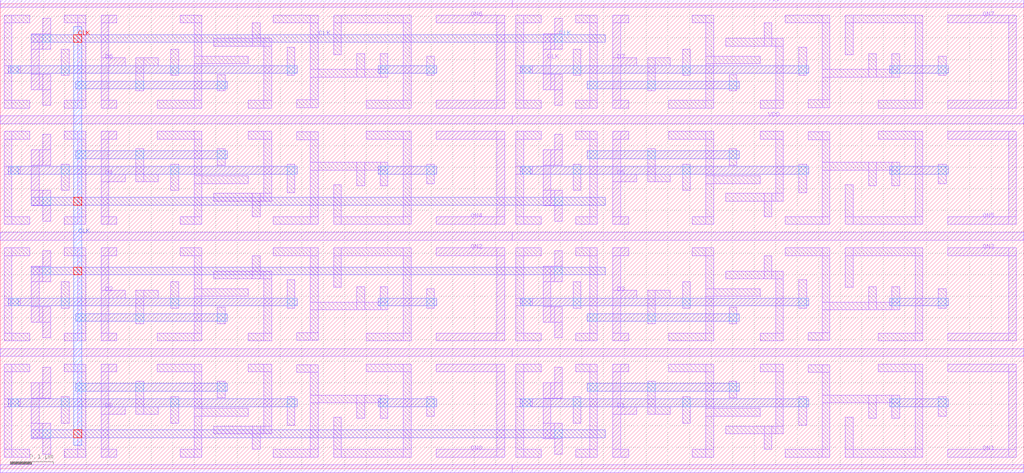
<source format=lef>
VERSION 5.8 ;
BUSBITCHARS "[]" ;
DIVIDERCHAR "/" ;
SITE asap7sc7p5t_R4
  CLASS CORE ;
  SIZE 0.054 BY 1.08 ;
  SYMMETRY Y ;
END asap7sc7p5t_R4

MACRO DFFHQNV4H2Xx3_ASAP7_75t_SL
  CLASS CORE ;
  ORIGIN 0.0 0.0 ;
  FOREIGN DFFHQNV4H2Xx3_ASAP7_75t_SL 0.0 0.0 ;
  SIZE 2.376 BY 1.08 ;
  SYMMETRY X Y ;
  SITE asap7sc7p5t_R4 ;
    PIN VDD
      USE POWER ;
      DIRECTION INOUT ;
      SHAPE ABUTMENT ;
      PORT
        LAYER M1 ;
          RECT 0.0 0.261 1.188 0.279 ;
          RECT 1.188 0.261 2.376 0.279 ;
          RECT 0.0 0.801 1.188 0.819 ;
          RECT 1.188 0.801 2.376 0.819 ;
      END
    END VDD
    PIN VSS
      USE GROUND ;
      DIRECTION INOUT ;
      SHAPE ABUTMENT ;
      PORT
        LAYER M1 ;
          RECT 0.0 -0.009 1.188 0.009 ;
          RECT 1.188 -0.009 2.376 0.009 ;
          RECT 0.0 0.549 1.188 0.531 ;
          RECT 1.188 0.549 2.376 0.531 ;
          RECT 0.0 1.089 1.188 1.071 ;
          RECT 1.188 1.089 2.376 1.071 ;
      END
    END VSS
    PIN CLK
      USE CLOCK ;
      DIRECTION INPUT ;
      PORT
        LAYER M1 ;
          RECT 0.099 0.164 0.117 0.236 ;
          RECT 0.072 0.07 0.117 0.106 ;
          RECT 0.099 0.034 0.117 0.106 ;
          RECT 0.072 0.164 0.117 0.2 ;
          RECT 0.072 0.07 0.09 0.2 ;
          RECT 1.287 0.164 1.305 0.236 ;
          RECT 1.26 0.07 1.305 0.106 ;
          RECT 1.287 0.034 1.305 0.106 ;
          RECT 1.26 0.164 1.305 0.2 ;
          RECT 1.26 0.07 1.278 0.2 ;
          RECT 0.099 0.376 0.117 0.304 ;
          RECT 0.072 0.47 0.117 0.434 ;
          RECT 0.099 0.506 0.117 0.434 ;
          RECT 0.072 0.376 0.117 0.34 ;
          RECT 0.072 0.47 0.09 0.34 ;
          RECT 1.287 0.376 1.305 0.304 ;
          RECT 1.26 0.47 1.305 0.434 ;
          RECT 1.287 0.506 1.305 0.434 ;
          RECT 1.26 0.376 1.305 0.34 ;
          RECT 1.26 0.47 1.278 0.34 ;
          RECT 0.099 0.704 0.117 0.776 ;
          RECT 0.072 0.61 0.117 0.646 ;
          RECT 0.099 0.574 0.117 0.646 ;
          RECT 0.072 0.704 0.117 0.74 ;
          RECT 0.072 0.61 0.09 0.74 ;
          RECT 1.287 0.704 1.305 0.776 ;
          RECT 1.26 0.61 1.305 0.646 ;
          RECT 1.287 0.574 1.305 0.646 ;
          RECT 1.26 0.704 1.305 0.74 ;
          RECT 1.26 0.61 1.278 0.74 ;
          RECT 0.099 0.916 0.117 0.844 ;
          RECT 0.072 1.01 0.117 0.974 ;
          RECT 0.099 1.046 0.117 0.974 ;
          RECT 0.072 0.916 0.117 0.88 ;
          RECT 0.072 1.01 0.09 0.88 ;
          RECT 1.287 0.916 1.305 0.844 ;
          RECT 1.26 1.01 1.305 0.974 ;
          RECT 1.287 1.046 1.305 0.974 ;
          RECT 1.26 0.916 1.305 0.88 ;
          RECT 1.26 1.01 1.278 0.88 ;
        LAYER M2 ;
          RECT 0.072 0.072 1.404 0.09 ;
          RECT 0.072 0.45 1.404 0.468 ;
          RECT 0.072 0.612 1.404 0.63 ;
          RECT 0.072 0.99 1.404 1.008 ;
        LAYER V1 ;
          RECT 0.099 0.072 0.117 0.09 ;
          RECT 1.287 0.072 1.305 0.09 ;
          RECT 0.099 0.45 0.117 0.468 ;
          RECT 1.287 0.45 1.305 0.468 ;
          RECT 0.099 0.612 0.117 0.63 ;
          RECT 1.287 0.612 1.305 0.63 ;
          RECT 0.099 0.99 0.117 1.008 ;
          RECT 1.287 0.99 1.305 1.008 ;
        LAYER M3 ;
          RECT 0.171 0.054 0.189 1.026 ;
        LAYER V2 ;
          RECT 0.171 0.072 0.189 0.09 ;
          RECT 0.171 0.45 0.189 0.468 ;
          RECT 0.171 0.612 0.189 0.63 ;
          RECT 0.171 0.99 0.189 1.008 ;
      END
    END CLK
    PIN D0
      USE SIGNAL ;
      DIRECTION INPUT ;
      PORT
        LAYER M1 ;
          RECT 0.234 0.126 0.29 0.144 ;
          RECT 0.234 0.225 0.271 0.243 ;
          RECT 0.234 0.027 0.271 0.045 ;
          RECT 0.234 0.027 0.252 0.243 ;
      END
    END D0
    PIN QN0
      USE SIGNAL ;
      DIRECTION OUTPUT ;
      PORT
        LAYER M1 ;
          RECT 1.012 0.225 1.171 0.243 ;
          RECT 1.153 0.027 1.171 0.243 ;
          RECT 1.012 0.027 1.171 0.045 ;
      END
    END QN0
    PIN D1
      USE SIGNAL ;
      DIRECTION INPUT ;
      PORT
        LAYER M1 ;
          RECT 1.422 0.126 1.478 0.144 ;
          RECT 1.422 0.225 1.459 0.243 ;
          RECT 1.422 0.027 1.459 0.045 ;
          RECT 1.422 0.027 1.44 0.243 ;
      END
    END D1
    PIN QN1
      USE SIGNAL ;
      DIRECTION OUTPUT ;
      PORT
        LAYER M1 ;
          RECT 2.2 0.225 2.359 0.243 ;
          RECT 2.341 0.027 2.359 0.243 ;
          RECT 2.2 0.027 2.359 0.045 ;
      END
    END QN1
    PIN D2
      USE SIGNAL ;
      DIRECTION INPUT ;
      PORT
        LAYER M1 ;
          RECT 0.234 0.414 0.29 0.396 ;
          RECT 0.234 0.315 0.271 0.297 ;
          RECT 0.234 0.513 0.271 0.495 ;
          RECT 0.234 0.513 0.252 0.297 ;
      END
    END D2
    PIN QN2
      USE SIGNAL ;
      DIRECTION OUTPUT ;
      PORT
        LAYER M1 ;
          RECT 1.012 0.315 1.171 0.297 ;
          RECT 1.153 0.513 1.171 0.297 ;
          RECT 1.012 0.513 1.171 0.495 ;
      END
    END QN2
    PIN D3
      USE SIGNAL ;
      DIRECTION INPUT ;
      PORT
        LAYER M1 ;
          RECT 1.422 0.414 1.478 0.396 ;
          RECT 1.422 0.315 1.459 0.297 ;
          RECT 1.422 0.513 1.459 0.495 ;
          RECT 1.422 0.513 1.44 0.297 ;
      END
    END D3
    PIN QN3
      USE SIGNAL ;
      DIRECTION OUTPUT ;
      PORT
        LAYER M1 ;
          RECT 2.2 0.315 2.359 0.297 ;
          RECT 2.341 0.513 2.359 0.297 ;
          RECT 2.2 0.513 2.359 0.495 ;
      END
    END QN3
    PIN D4
      USE SIGNAL ;
      DIRECTION INPUT ;
      PORT
        LAYER M1 ;
          RECT 0.234 0.666 0.29 0.684 ;
          RECT 0.234 0.765 0.271 0.783 ;
          RECT 0.234 0.567 0.271 0.585 ;
          RECT 0.234 0.567 0.252 0.783 ;
      END
    END D4
    PIN QN4
      USE SIGNAL ;
      DIRECTION OUTPUT ;
      PORT
        LAYER M1 ;
          RECT 1.012 0.765 1.171 0.783 ;
          RECT 1.153 0.567 1.171 0.783 ;
          RECT 1.012 0.567 1.171 0.585 ;
      END
    END QN4
    PIN D5
      USE SIGNAL ;
      DIRECTION INPUT ;
      PORT
        LAYER M1 ;
          RECT 1.422 0.666 1.478 0.684 ;
          RECT 1.422 0.765 1.459 0.783 ;
          RECT 1.422 0.567 1.459 0.585 ;
          RECT 1.422 0.567 1.44 0.783 ;
      END
    END D5
    PIN QN5
      USE SIGNAL ;
      DIRECTION OUTPUT ;
      PORT
        LAYER M1 ;
          RECT 2.2 0.765 2.359 0.783 ;
          RECT 2.341 0.567 2.359 0.783 ;
          RECT 2.2 0.567 2.359 0.585 ;
      END
    END QN5
    PIN D6
      USE SIGNAL ;
      DIRECTION INPUT ;
      PORT
        LAYER M1 ;
          RECT 0.234 0.954 0.29 0.936 ;
          RECT 0.234 0.855 0.271 0.837 ;
          RECT 0.234 1.053 0.271 1.035 ;
          RECT 0.234 1.053 0.252 0.837 ;
      END
    END D6
    PIN QN6
      USE SIGNAL ;
      DIRECTION OUTPUT ;
      PORT
        LAYER M1 ;
          RECT 1.012 0.855 1.171 0.837 ;
          RECT 1.153 1.053 1.171 0.837 ;
          RECT 1.012 1.053 1.171 1.035 ;
      END
    END QN6
    PIN D7
      USE SIGNAL ;
      DIRECTION INPUT ;
      PORT
        LAYER M1 ;
          RECT 1.422 0.954 1.478 0.936 ;
          RECT 1.422 0.855 1.459 0.837 ;
          RECT 1.422 1.053 1.459 1.035 ;
          RECT 1.422 1.053 1.44 0.837 ;
      END
    END D7
    PIN QN7
      USE SIGNAL ;
      DIRECTION OUTPUT ;
      PORT
        LAYER M1 ;
          RECT 2.2 0.855 2.359 0.837 ;
          RECT 2.341 1.053 2.359 0.837 ;
          RECT 2.2 1.053 2.359 1.035 ;
      END
    END QN7
    OBS
      LAYER M1 ;
        RECT 0.85 0.225 0.954 0.243 ;
        RECT 0.936 0.027 0.954 0.243 ;
        RECT 0.774 0.027 0.792 0.119 ;
        RECT 0.774 0.027 0.954 0.045 ;
        RECT 0.688 0.224 0.738 0.242 ;
        RECT 0.72 0.027 0.738 0.242 ;
        RECT 0.72 0.153 0.9 0.171 ;
        RECT 0.882 0.117 0.9 0.171 ;
        RECT 0.828 0.117 0.846 0.171 ;
        RECT 0.634 0.027 0.738 0.045 ;
        RECT 0.576 0.225 0.63 0.243 ;
        RECT 0.612 0.081 0.63 0.243 ;
        RECT 0.496 0.081 0.63 0.099 ;
        RECT 0.585 0.045 0.603 0.099 ;
        RECT 0.364 0.225 0.468 0.243 ;
        RECT 0.45 0.027 0.468 0.243 ;
        RECT 0.45 0.122 0.576 0.14 ;
        RECT 0.418 0.027 0.468 0.045 ;
        RECT 0.315 0.126 0.333 0.203 ;
        RECT 0.315 0.126 0.367 0.144 ;
        RECT 0.148 0.225 0.198 0.243 ;
        RECT 0.18 0.027 0.198 0.243 ;
        RECT 0.148 0.027 0.198 0.045 ;
        RECT 0.009 0.225 0.068 0.243 ;
        RECT 0.009 0.027 0.027 0.243 ;
        RECT 0.009 0.144 0.047 0.162 ;
        RECT 0.009 0.027 0.068 0.045 ;
        RECT 0.99 0.122 1.008 0.167 ;
        RECT 0.666 0.101 0.684 0.167 ;
        RECT 0.504 0.165 0.522 0.203 ;
        RECT 0.396 0.106 0.414 0.167 ;
        RECT 0.142 0.106 0.16 0.167 ;
        RECT 2.038 0.225 2.142 0.243 ;
        RECT 2.124 0.027 2.142 0.243 ;
        RECT 1.962 0.027 1.98 0.119 ;
        RECT 1.962 0.027 2.142 0.045 ;
        RECT 1.876 0.224 1.926 0.242 ;
        RECT 1.908 0.027 1.926 0.242 ;
        RECT 1.908 0.153 2.088 0.171 ;
        RECT 2.07 0.117 2.088 0.171 ;
        RECT 2.016 0.117 2.034 0.171 ;
        RECT 1.822 0.027 1.926 0.045 ;
        RECT 1.764 0.225 1.818 0.243 ;
        RECT 1.8 0.081 1.818 0.243 ;
        RECT 1.684 0.081 1.818 0.099 ;
        RECT 1.773 0.045 1.791 0.099 ;
        RECT 1.552 0.225 1.656 0.243 ;
        RECT 1.638 0.027 1.656 0.243 ;
        RECT 1.638 0.122 1.764 0.14 ;
        RECT 1.606 0.027 1.656 0.045 ;
        RECT 1.503 0.126 1.521 0.203 ;
        RECT 1.503 0.126 1.555 0.144 ;
        RECT 1.336 0.225 1.386 0.243 ;
        RECT 1.368 0.027 1.386 0.243 ;
        RECT 1.336 0.027 1.386 0.045 ;
        RECT 1.197 0.225 1.256 0.243 ;
        RECT 1.197 0.027 1.215 0.243 ;
        RECT 1.197 0.144 1.235 0.162 ;
        RECT 1.197 0.027 1.256 0.045 ;
        RECT 2.178 0.122 2.196 0.167 ;
        RECT 1.854 0.101 1.872 0.167 ;
        RECT 1.692 0.165 1.71 0.203 ;
        RECT 1.584 0.106 1.602 0.167 ;
        RECT 1.33 0.106 1.348 0.167 ;
        RECT 0.85 0.315 0.954 0.297 ;
        RECT 0.936 0.513 0.954 0.297 ;
        RECT 0.774 0.513 0.792 0.421 ;
        RECT 0.774 0.513 0.954 0.495 ;
        RECT 0.688 0.316 0.738 0.298 ;
        RECT 0.72 0.513 0.738 0.298 ;
        RECT 0.72 0.387 0.9 0.369 ;
        RECT 0.882 0.423 0.9 0.369 ;
        RECT 0.828 0.423 0.846 0.369 ;
        RECT 0.634 0.513 0.738 0.495 ;
        RECT 0.576 0.315 0.63 0.297 ;
        RECT 0.612 0.459 0.63 0.297 ;
        RECT 0.496 0.459 0.63 0.441 ;
        RECT 0.585 0.495 0.603 0.441 ;
        RECT 0.364 0.315 0.468 0.297 ;
        RECT 0.45 0.513 0.468 0.297 ;
        RECT 0.45 0.418 0.576 0.4 ;
        RECT 0.418 0.513 0.468 0.495 ;
        RECT 0.315 0.414 0.333 0.337 ;
        RECT 0.315 0.414 0.367 0.396 ;
        RECT 0.148 0.315 0.198 0.297 ;
        RECT 0.18 0.513 0.198 0.297 ;
        RECT 0.148 0.513 0.198 0.495 ;
        RECT 0.009 0.315 0.068 0.297 ;
        RECT 0.009 0.513 0.027 0.297 ;
        RECT 0.009 0.396 0.047 0.378 ;
        RECT 0.009 0.513 0.068 0.495 ;
        RECT 0.99 0.418 1.008 0.373 ;
        RECT 0.666 0.439 0.684 0.373 ;
        RECT 0.504 0.375 0.522 0.337 ;
        RECT 0.396 0.434 0.414 0.373 ;
        RECT 0.142 0.434 0.16 0.373 ;
        RECT 2.038 0.315 2.142 0.297 ;
        RECT 2.124 0.513 2.142 0.297 ;
        RECT 1.962 0.513 1.98 0.421 ;
        RECT 1.962 0.513 2.142 0.495 ;
        RECT 1.876 0.316 1.926 0.298 ;
        RECT 1.908 0.513 1.926 0.298 ;
        RECT 1.908 0.387 2.088 0.369 ;
        RECT 2.07 0.423 2.088 0.369 ;
        RECT 2.016 0.423 2.034 0.369 ;
        RECT 1.822 0.513 1.926 0.495 ;
        RECT 1.764 0.315 1.818 0.297 ;
        RECT 1.8 0.459 1.818 0.297 ;
        RECT 1.684 0.459 1.818 0.441 ;
        RECT 1.773 0.495 1.791 0.441 ;
        RECT 1.552 0.315 1.656 0.297 ;
        RECT 1.638 0.513 1.656 0.297 ;
        RECT 1.638 0.418 1.764 0.4 ;
        RECT 1.606 0.513 1.656 0.495 ;
        RECT 1.503 0.414 1.521 0.337 ;
        RECT 1.503 0.414 1.555 0.396 ;
        RECT 1.336 0.315 1.386 0.297 ;
        RECT 1.368 0.513 1.386 0.297 ;
        RECT 1.336 0.513 1.386 0.495 ;
        RECT 1.197 0.315 1.256 0.297 ;
        RECT 1.197 0.513 1.215 0.297 ;
        RECT 1.197 0.396 1.235 0.378 ;
        RECT 1.197 0.513 1.256 0.495 ;
        RECT 2.178 0.418 2.196 0.373 ;
        RECT 1.854 0.439 1.872 0.373 ;
        RECT 1.692 0.375 1.71 0.337 ;
        RECT 1.584 0.434 1.602 0.373 ;
        RECT 1.33 0.434 1.348 0.373 ;
        RECT 0.85 0.765 0.954 0.783 ;
        RECT 0.936 0.567 0.954 0.783 ;
        RECT 0.774 0.567 0.792 0.659 ;
        RECT 0.774 0.567 0.954 0.585 ;
        RECT 0.688 0.764 0.738 0.782 ;
        RECT 0.72 0.567 0.738 0.782 ;
        RECT 0.72 0.693 0.9 0.711 ;
        RECT 0.882 0.657 0.9 0.711 ;
        RECT 0.828 0.657 0.846 0.711 ;
        RECT 0.634 0.567 0.738 0.585 ;
        RECT 0.576 0.765 0.63 0.783 ;
        RECT 0.612 0.621 0.63 0.783 ;
        RECT 0.496 0.621 0.63 0.639 ;
        RECT 0.585 0.585 0.603 0.639 ;
        RECT 0.364 0.765 0.468 0.783 ;
        RECT 0.45 0.567 0.468 0.783 ;
        RECT 0.45 0.662 0.576 0.68 ;
        RECT 0.418 0.567 0.468 0.585 ;
        RECT 0.315 0.666 0.333 0.743 ;
        RECT 0.315 0.666 0.367 0.684 ;
        RECT 0.148 0.765 0.198 0.783 ;
        RECT 0.18 0.567 0.198 0.783 ;
        RECT 0.148 0.567 0.198 0.585 ;
        RECT 0.009 0.765 0.068 0.783 ;
        RECT 0.009 0.567 0.027 0.783 ;
        RECT 0.009 0.684 0.047 0.702 ;
        RECT 0.009 0.567 0.068 0.585 ;
        RECT 0.99 0.662 1.008 0.707 ;
        RECT 0.666 0.641 0.684 0.707 ;
        RECT 0.504 0.705 0.522 0.743 ;
        RECT 0.396 0.646 0.414 0.707 ;
        RECT 0.142 0.646 0.16 0.707 ;
        RECT 2.038 0.765 2.142 0.783 ;
        RECT 2.124 0.567 2.142 0.783 ;
        RECT 1.962 0.567 1.98 0.659 ;
        RECT 1.962 0.567 2.142 0.585 ;
        RECT 1.876 0.764 1.926 0.782 ;
        RECT 1.908 0.567 1.926 0.782 ;
        RECT 1.908 0.693 2.088 0.711 ;
        RECT 2.07 0.657 2.088 0.711 ;
        RECT 2.016 0.657 2.034 0.711 ;
        RECT 1.822 0.567 1.926 0.585 ;
        RECT 1.764 0.765 1.818 0.783 ;
        RECT 1.8 0.621 1.818 0.783 ;
        RECT 1.684 0.621 1.818 0.639 ;
        RECT 1.773 0.585 1.791 0.639 ;
        RECT 1.552 0.765 1.656 0.783 ;
        RECT 1.638 0.567 1.656 0.783 ;
        RECT 1.638 0.662 1.764 0.68 ;
        RECT 1.606 0.567 1.656 0.585 ;
        RECT 1.503 0.666 1.521 0.743 ;
        RECT 1.503 0.666 1.555 0.684 ;
        RECT 1.336 0.765 1.386 0.783 ;
        RECT 1.368 0.567 1.386 0.783 ;
        RECT 1.336 0.567 1.386 0.585 ;
        RECT 1.197 0.765 1.256 0.783 ;
        RECT 1.197 0.567 1.215 0.783 ;
        RECT 1.197 0.684 1.235 0.702 ;
        RECT 1.197 0.567 1.256 0.585 ;
        RECT 2.178 0.662 2.196 0.707 ;
        RECT 1.854 0.641 1.872 0.707 ;
        RECT 1.692 0.705 1.71 0.743 ;
        RECT 1.584 0.646 1.602 0.707 ;
        RECT 1.33 0.646 1.348 0.707 ;
        RECT 0.85 0.855 0.954 0.837 ;
        RECT 0.936 1.053 0.954 0.837 ;
        RECT 0.774 1.053 0.792 0.961 ;
        RECT 0.774 1.053 0.954 1.035 ;
        RECT 0.688 0.856 0.738 0.838 ;
        RECT 0.72 1.053 0.738 0.838 ;
        RECT 0.72 0.927 0.9 0.909 ;
        RECT 0.882 0.963 0.9 0.909 ;
        RECT 0.828 0.963 0.846 0.909 ;
        RECT 0.634 1.053 0.738 1.035 ;
        RECT 0.576 0.855 0.63 0.837 ;
        RECT 0.612 0.999 0.63 0.837 ;
        RECT 0.496 0.999 0.63 0.981 ;
        RECT 0.585 1.035 0.603 0.981 ;
        RECT 0.364 0.855 0.468 0.837 ;
        RECT 0.45 1.053 0.468 0.837 ;
        RECT 0.45 0.958 0.576 0.94 ;
        RECT 0.418 1.053 0.468 1.035 ;
        RECT 0.315 0.954 0.333 0.877 ;
        RECT 0.315 0.954 0.367 0.936 ;
        RECT 0.148 0.855 0.198 0.837 ;
        RECT 0.18 1.053 0.198 0.837 ;
        RECT 0.148 1.053 0.198 1.035 ;
        RECT 0.009 0.855 0.068 0.837 ;
        RECT 0.009 1.053 0.027 0.837 ;
        RECT 0.009 0.936 0.047 0.918 ;
        RECT 0.009 1.053 0.068 1.035 ;
        RECT 0.99 0.958 1.008 0.913 ;
        RECT 0.666 0.979 0.684 0.913 ;
        RECT 0.504 0.915 0.522 0.877 ;
        RECT 0.396 0.974 0.414 0.913 ;
        RECT 0.142 0.974 0.16 0.913 ;
        RECT 2.038 0.855 2.142 0.837 ;
        RECT 2.124 1.053 2.142 0.837 ;
        RECT 1.962 1.053 1.98 0.961 ;
        RECT 1.962 1.053 2.142 1.035 ;
        RECT 1.876 0.856 1.926 0.838 ;
        RECT 1.908 1.053 1.926 0.838 ;
        RECT 1.908 0.927 2.088 0.909 ;
        RECT 2.07 0.963 2.088 0.909 ;
        RECT 2.016 0.963 2.034 0.909 ;
        RECT 1.822 1.053 1.926 1.035 ;
        RECT 1.764 0.855 1.818 0.837 ;
        RECT 1.8 0.999 1.818 0.837 ;
        RECT 1.684 0.999 1.818 0.981 ;
        RECT 1.773 1.035 1.791 0.981 ;
        RECT 1.552 0.855 1.656 0.837 ;
        RECT 1.638 1.053 1.656 0.837 ;
        RECT 1.638 0.958 1.764 0.94 ;
        RECT 1.606 1.053 1.656 1.035 ;
        RECT 1.503 0.954 1.521 0.877 ;
        RECT 1.503 0.954 1.555 0.936 ;
        RECT 1.336 0.855 1.386 0.837 ;
        RECT 1.368 1.053 1.386 0.837 ;
        RECT 1.336 1.053 1.386 1.035 ;
        RECT 1.197 0.855 1.256 0.837 ;
        RECT 1.197 1.053 1.215 0.837 ;
        RECT 1.197 0.936 1.235 0.918 ;
        RECT 1.197 1.053 1.256 1.035 ;
        RECT 2.178 0.958 2.196 0.913 ;
        RECT 1.854 0.979 1.872 0.913 ;
        RECT 1.692 0.915 1.71 0.877 ;
        RECT 1.584 0.974 1.602 0.913 ;
        RECT 1.33 0.974 1.348 0.913 ;
      LAYER M2 ;
        RECT 0.877 0.144 1.013 0.162 ;
        RECT 0.019 0.144 0.689 0.162 ;
        RECT 0.175 0.18 0.527 0.198 ;
        RECT 2.065 0.144 2.201 0.162 ;
        RECT 1.207 0.144 1.877 0.162 ;
        RECT 1.363 0.18 1.715 0.198 ;
        RECT 0.877 0.396 1.013 0.378 ;
        RECT 0.019 0.396 0.689 0.378 ;
        RECT 0.175 0.36 0.527 0.342 ;
        RECT 2.065 0.396 2.201 0.378 ;
        RECT 1.207 0.396 1.877 0.378 ;
        RECT 1.363 0.36 1.715 0.342 ;
        RECT 0.877 0.684 1.013 0.702 ;
        RECT 0.019 0.684 0.689 0.702 ;
        RECT 0.175 0.72 0.527 0.738 ;
        RECT 2.065 0.684 2.201 0.702 ;
        RECT 1.207 0.684 1.877 0.702 ;
        RECT 1.363 0.72 1.715 0.738 ;
        RECT 0.877 0.936 1.013 0.918 ;
        RECT 0.019 0.936 0.689 0.918 ;
        RECT 0.175 0.9 0.527 0.882 ;
        RECT 2.065 0.936 2.201 0.918 ;
        RECT 1.207 0.936 1.877 0.918 ;
        RECT 1.363 0.9 1.715 0.882 ;
      LAYER V1 ;
        RECT 0.99 0.144 1.008 0.162 ;
        RECT 0.882 0.144 0.9 0.162 ;
        RECT 0.666 0.144 0.684 0.162 ;
        RECT 0.504 0.18 0.522 0.198 ;
        RECT 0.396 0.144 0.414 0.162 ;
        RECT 0.315 0.18 0.333 0.198 ;
        RECT 0.18 0.18 0.198 0.198 ;
        RECT 0.142 0.144 0.16 0.162 ;
        RECT 0.024 0.144 0.042 0.162 ;
        RECT 2.178 0.144 2.196 0.162 ;
        RECT 2.07 0.144 2.088 0.162 ;
        RECT 1.854 0.144 1.872 0.162 ;
        RECT 1.692 0.18 1.71 0.198 ;
        RECT 1.584 0.144 1.602 0.162 ;
        RECT 1.503 0.18 1.521 0.198 ;
        RECT 1.368 0.18 1.386 0.198 ;
        RECT 1.33 0.144 1.348 0.162 ;
        RECT 1.212 0.144 1.23 0.162 ;
        RECT 0.99 0.396 1.008 0.378 ;
        RECT 0.882 0.396 0.9 0.378 ;
        RECT 0.666 0.396 0.684 0.378 ;
        RECT 0.504 0.36 0.522 0.342 ;
        RECT 0.396 0.396 0.414 0.378 ;
        RECT 0.315 0.36 0.333 0.342 ;
        RECT 0.18 0.36 0.198 0.342 ;
        RECT 0.142 0.396 0.16 0.378 ;
        RECT 0.024 0.396 0.042 0.378 ;
        RECT 2.178 0.396 2.196 0.378 ;
        RECT 2.07 0.396 2.088 0.378 ;
        RECT 1.854 0.396 1.872 0.378 ;
        RECT 1.692 0.36 1.71 0.342 ;
        RECT 1.584 0.396 1.602 0.378 ;
        RECT 1.503 0.36 1.521 0.342 ;
        RECT 1.368 0.36 1.386 0.342 ;
        RECT 1.33 0.396 1.348 0.378 ;
        RECT 1.212 0.396 1.23 0.378 ;
        RECT 0.99 0.684 1.008 0.702 ;
        RECT 0.882 0.684 0.9 0.702 ;
        RECT 0.666 0.684 0.684 0.702 ;
        RECT 0.504 0.72 0.522 0.738 ;
        RECT 0.396 0.684 0.414 0.702 ;
        RECT 0.315 0.72 0.333 0.738 ;
        RECT 0.18 0.72 0.198 0.738 ;
        RECT 0.142 0.684 0.16 0.702 ;
        RECT 0.024 0.684 0.042 0.702 ;
        RECT 2.178 0.684 2.196 0.702 ;
        RECT 2.07 0.684 2.088 0.702 ;
        RECT 1.854 0.684 1.872 0.702 ;
        RECT 1.692 0.72 1.71 0.738 ;
        RECT 1.584 0.684 1.602 0.702 ;
        RECT 1.503 0.72 1.521 0.738 ;
        RECT 1.368 0.72 1.386 0.738 ;
        RECT 1.33 0.684 1.348 0.702 ;
        RECT 1.212 0.684 1.23 0.702 ;
        RECT 0.99 0.936 1.008 0.918 ;
        RECT 0.882 0.936 0.9 0.918 ;
        RECT 0.666 0.936 0.684 0.918 ;
        RECT 0.504 0.9 0.522 0.882 ;
        RECT 0.396 0.936 0.414 0.918 ;
        RECT 0.315 0.9 0.333 0.882 ;
        RECT 0.18 0.9 0.198 0.882 ;
        RECT 0.142 0.936 0.16 0.918 ;
        RECT 0.024 0.936 0.042 0.918 ;
        RECT 2.178 0.936 2.196 0.918 ;
        RECT 2.07 0.936 2.088 0.918 ;
        RECT 1.854 0.936 1.872 0.918 ;
        RECT 1.692 0.9 1.71 0.882 ;
        RECT 1.584 0.936 1.602 0.918 ;
        RECT 1.503 0.9 1.521 0.882 ;
        RECT 1.368 0.9 1.386 0.882 ;
        RECT 1.33 0.936 1.348 0.918 ;
        RECT 1.212 0.936 1.23 0.918 ;
    END
END DFFHQNV4H2Xx3_ASAP7_75t_SL

END LIBRARY

</source>
